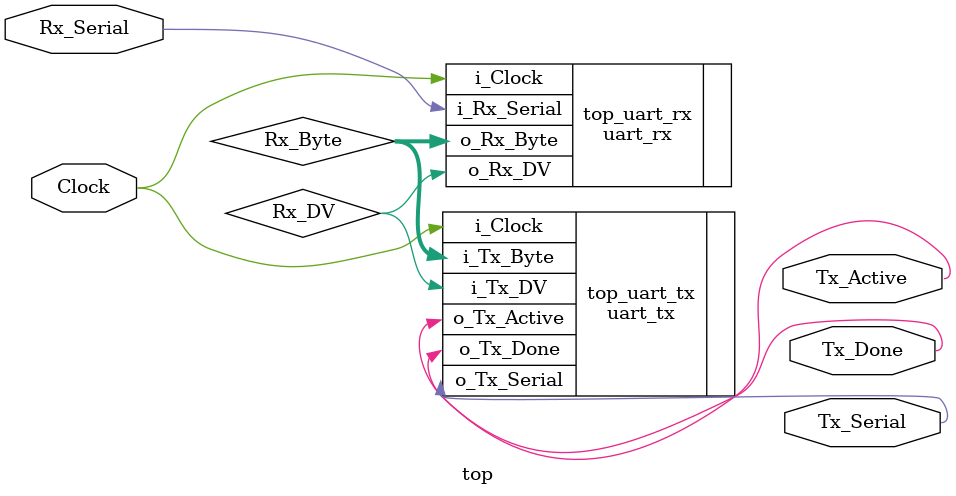
<source format=v>

module top(
    input Clock,
    input Rx_Serial,
    output Tx_Active,
    output Tx_Serial,
    output Tx_Done
    );
    
    
    // Internal connection wire
    wire [7:0] Rx_Byte;
    wire Rx_DV;
        
    // Instantiation of UART Rx
    uart_rx top_uart_rx(
        .i_Clock(Clock),
        .i_Rx_Serial(Rx_Serial),
        .o_Rx_DV(Rx_DV),
        .o_Rx_Byte(Rx_Byte)
        );
        
        
    // Instantiation of UART Tx
    uart_tx top_uart_tx(
        .i_Clock(Clock),
        .i_Tx_DV(Rx_DV),
        .i_Tx_Byte(Rx_Byte),
        .o_Tx_Active(Tx_Active),
        .o_Tx_Serial(Tx_Serial),
        .o_Tx_Done(Tx_Done)
        );
    
    
endmodule
</source>
